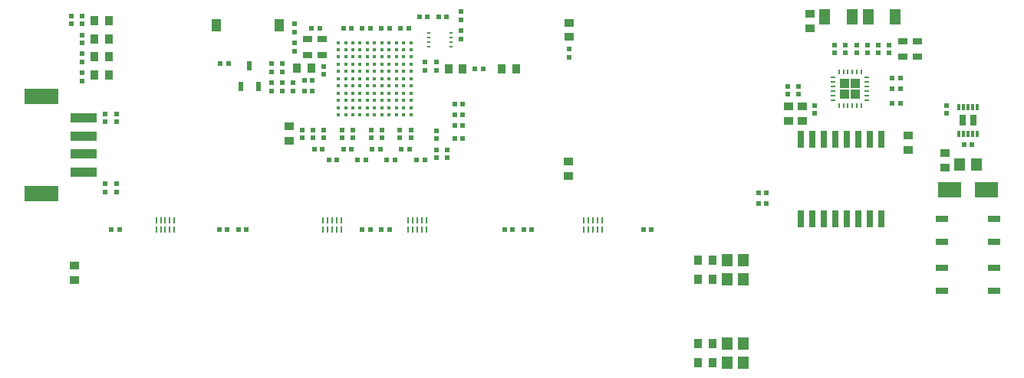
<source format=gbr>
G04 #@! TF.GenerationSoftware,KiCad,Pcbnew,6.0.0-rc1-unknown-106eaaa~84~ubuntu18.04.1*
G04 #@! TF.CreationDate,2018-11-27T01:39:18+00:00*
G04 #@! TF.ProjectId,proto-switch,70726f74-6f2d-4737-9769-7463682e6b69,1*
G04 #@! TF.SameCoordinates,Original*
G04 #@! TF.FileFunction,Paste,Top*
G04 #@! TF.FilePolarity,Positive*
%FSLAX46Y46*%
G04 Gerber Fmt 4.6, Leading zero omitted, Abs format (unit mm)*
G04 Created by KiCad (PCBNEW 6.0.0-rc1-unknown-106eaaa~84~ubuntu18.04.1) date Tue 27 Nov 2018 01:39:18 GMT*
%MOMM*%
%LPD*%
G01*
G04 APERTURE LIST*
%ADD10R,3.000000X1.000000*%
%ADD11R,3.800000X1.800000*%
%ADD12R,0.950000X1.000000*%
%ADD13R,1.000000X0.950000*%
%ADD14R,0.620000X0.620000*%
%ADD15R,1.400000X0.800000*%
%ADD16C,0.400000*%
%ADD17R,1.000000X0.800000*%
%ADD18R,0.640000X1.910000*%
%ADD19R,1.000000X1.400000*%
%ADD20R,0.600000X1.000000*%
%ADD21R,0.200000X0.700000*%
%ADD22R,0.800000X1.200000*%
%ADD23R,0.300000X0.700000*%
%ADD24R,1.000000X1.000000*%
%ADD25R,0.480000X0.230000*%
%ADD26R,0.230000X0.480000*%
%ADD27R,0.300000X0.250000*%
%ADD28R,2.500000X1.700000*%
%ADD29R,1.150000X1.450000*%
%ADD30R,1.150000X1.800000*%
G04 APERTURE END LIST*
D10*
G04 #@! TO.C,J202*
X89350000Y-136750000D03*
X89350000Y-134750000D03*
X89350000Y-132750000D03*
X89350000Y-130750000D03*
D11*
X84750000Y-139100000D03*
X84750000Y-128400000D03*
G04 #@! TD*
D12*
G04 #@! TO.C,C224*
X137100000Y-125300000D03*
X135500000Y-125300000D03*
G04 #@! TD*
D13*
G04 #@! TO.C,C223*
X112100000Y-133300000D03*
X112100000Y-131700000D03*
G04 #@! TD*
D14*
G04 #@! TO.C,R302*
X175900000Y-122650000D03*
X175900000Y-123550000D03*
G04 #@! TD*
G04 #@! TO.C,R403*
X92450000Y-143100000D03*
X93350000Y-143100000D03*
G04 #@! TD*
D15*
G04 #@! TO.C,D303*
X189850000Y-147330000D03*
X189850000Y-149870000D03*
X184150000Y-149870000D03*
X184150000Y-147330000D03*
G04 #@! TD*
G04 #@! TO.C,D302*
X189850000Y-141930000D03*
X189850000Y-144470000D03*
X184150000Y-144470000D03*
X184150000Y-141930000D03*
G04 #@! TD*
D14*
G04 #@! TO.C,C201*
X131000000Y-122000000D03*
X131000000Y-121100000D03*
G04 #@! TD*
D16*
G04 #@! TO.C,IC202*
X125500000Y-122400000D03*
X124700000Y-122400000D03*
X123900000Y-122400000D03*
X123100000Y-122400000D03*
X122300000Y-122400000D03*
X121500000Y-122400000D03*
X120700000Y-122400000D03*
X119900000Y-122400000D03*
X119100000Y-122400000D03*
X118300000Y-122400000D03*
X117500000Y-122400000D03*
X125500000Y-123200000D03*
X124700000Y-123200000D03*
X123900000Y-123200000D03*
X123100000Y-123200000D03*
X122300000Y-123200000D03*
X121500000Y-123200000D03*
X120700000Y-123200000D03*
X119900000Y-123200000D03*
X119100000Y-123200000D03*
X118300000Y-123200000D03*
X117500000Y-123200000D03*
X125500000Y-124000000D03*
X124700000Y-124000000D03*
X123900000Y-124000000D03*
X123100000Y-124000000D03*
X122300000Y-124000000D03*
X121500000Y-124000000D03*
X120700000Y-124000000D03*
X119900000Y-124000000D03*
X119100000Y-124000000D03*
X118300000Y-124000000D03*
X117500000Y-124000000D03*
X125500000Y-124800000D03*
X124700000Y-124800000D03*
X123900000Y-124800000D03*
X123100000Y-124800000D03*
X122300000Y-124800000D03*
X121500000Y-124800000D03*
X120700000Y-124800000D03*
X119900000Y-124800000D03*
X119100000Y-124800000D03*
X118300000Y-124800000D03*
X117500000Y-124800000D03*
X125500000Y-125600000D03*
X124700000Y-125600000D03*
X123900000Y-125600000D03*
X123100000Y-125600000D03*
X122300000Y-125600000D03*
X121500000Y-125600000D03*
X120700000Y-125600000D03*
X119900000Y-125600000D03*
X119100000Y-125600000D03*
X118300000Y-125600000D03*
X117500000Y-125600000D03*
X125500000Y-126400000D03*
X124700000Y-126400000D03*
X123900000Y-126400000D03*
X123100000Y-126400000D03*
X122300000Y-126400000D03*
X121500000Y-126400000D03*
X120700000Y-126400000D03*
X119900000Y-126400000D03*
X119100000Y-126400000D03*
X118300000Y-126400000D03*
X117500000Y-126400000D03*
X125500000Y-127200000D03*
X124700000Y-127200000D03*
X123900000Y-127200000D03*
X123100000Y-127200000D03*
X122300000Y-127200000D03*
X121500000Y-127200000D03*
X120700000Y-127200000D03*
X119900000Y-127200000D03*
X119100000Y-127200000D03*
X118300000Y-127200000D03*
X117500000Y-127200000D03*
X125500000Y-128000000D03*
X124700000Y-128000000D03*
X123900000Y-128000000D03*
X123100000Y-128000000D03*
X122300000Y-128000000D03*
X121500000Y-128000000D03*
X120700000Y-128000000D03*
X119900000Y-128000000D03*
X119100000Y-128000000D03*
X118300000Y-128000000D03*
X117500000Y-128000000D03*
X125500000Y-128800000D03*
X124700000Y-128800000D03*
X123900000Y-128800000D03*
X123100000Y-128800000D03*
X122300000Y-128800000D03*
X121500000Y-128800000D03*
X120700000Y-128800000D03*
X119900000Y-128800000D03*
X119100000Y-128800000D03*
X118300000Y-128800000D03*
X117500000Y-128800000D03*
X125500000Y-129600000D03*
X124700000Y-129600000D03*
X123900000Y-129600000D03*
X123100000Y-129600000D03*
X122300000Y-129600000D03*
X121500000Y-129600000D03*
X120700000Y-129600000D03*
X119900000Y-129600000D03*
X119100000Y-129600000D03*
X118300000Y-129600000D03*
X117500000Y-129600000D03*
X125500000Y-130400000D03*
X124700000Y-130400000D03*
X123900000Y-130400000D03*
X123100000Y-130400000D03*
X122300000Y-130400000D03*
X121500000Y-130400000D03*
X120700000Y-130400000D03*
X119900000Y-130400000D03*
X119100000Y-130400000D03*
X118300000Y-130400000D03*
X117500000Y-130400000D03*
G04 #@! TD*
D17*
G04 #@! TO.C,Y301*
X181400000Y-122250000D03*
X181400000Y-123950000D03*
X179800000Y-123950000D03*
X179800000Y-122250000D03*
G04 #@! TD*
G04 #@! TO.C,Y201*
X115700000Y-122050000D03*
X115700000Y-123750000D03*
X114100000Y-123750000D03*
X114100000Y-122050000D03*
G04 #@! TD*
D14*
G04 #@! TO.C,C314*
X178300000Y-123550000D03*
X178300000Y-122650000D03*
G04 #@! TD*
G04 #@! TO.C,R503*
X89200000Y-125750000D03*
X89200000Y-126650000D03*
G04 #@! TD*
D12*
G04 #@! TO.C,D501*
X92200000Y-126000000D03*
X90600000Y-126000000D03*
G04 #@! TD*
D13*
G04 #@! TO.C,C505*
X88400000Y-147100000D03*
X88400000Y-148700000D03*
G04 #@! TD*
D14*
G04 #@! TO.C,C306*
X168300000Y-128150000D03*
X168300000Y-127250000D03*
G04 #@! TD*
G04 #@! TO.C,C304*
X174700000Y-122650000D03*
X174700000Y-123550000D03*
G04 #@! TD*
G04 #@! TO.C,C302*
X170100000Y-130250000D03*
X170100000Y-129350000D03*
G04 #@! TD*
G04 #@! TO.C,R318*
X131250000Y-133000000D03*
X130350000Y-133000000D03*
G04 #@! TD*
G04 #@! TO.C,R213*
X93000000Y-138050000D03*
X93000000Y-138950000D03*
G04 #@! TD*
G04 #@! TO.C,R212*
X93000000Y-130300000D03*
X93000000Y-131200000D03*
G04 #@! TD*
G04 #@! TO.C,D205*
X91750000Y-130300000D03*
X91750000Y-131200000D03*
G04 #@! TD*
G04 #@! TO.C,D204*
X91750000Y-138950000D03*
X91750000Y-138050000D03*
G04 #@! TD*
D18*
G04 #@! TO.C,T301*
X177445000Y-141885000D03*
X176175000Y-141885000D03*
X174905000Y-141885000D03*
X173635000Y-141885000D03*
X172365000Y-141885000D03*
X171095000Y-141885000D03*
X169825000Y-141885000D03*
X168555000Y-141885000D03*
X168555000Y-133115000D03*
X169825000Y-133115000D03*
X171095000Y-133115000D03*
X172365000Y-133115000D03*
X173635000Y-133115000D03*
X174905000Y-133115000D03*
X176175000Y-133115000D03*
X177445000Y-133115000D03*
G04 #@! TD*
D19*
G04 #@! TO.C,SW201*
X111000000Y-120500000D03*
X104000000Y-120500000D03*
G04 #@! TD*
D14*
G04 #@! TO.C,R502*
X163850000Y-140200000D03*
X164750000Y-140200000D03*
G04 #@! TD*
G04 #@! TO.C,R501*
X163850000Y-139000000D03*
X164750000Y-139000000D03*
G04 #@! TD*
G04 #@! TO.C,R424*
X126150000Y-135400000D03*
X127050000Y-135400000D03*
G04 #@! TD*
G04 #@! TO.C,R423*
X125500000Y-132050000D03*
X125500000Y-132950000D03*
G04 #@! TD*
G04 #@! TO.C,R422*
X124450000Y-134200000D03*
X125350000Y-134200000D03*
G04 #@! TD*
G04 #@! TO.C,R421*
X137950000Y-143100000D03*
X138850000Y-143100000D03*
G04 #@! TD*
G04 #@! TO.C,R420*
X124300000Y-132050000D03*
X124300000Y-132950000D03*
G04 #@! TD*
G04 #@! TO.C,R419*
X151150000Y-143100000D03*
X152050000Y-143100000D03*
G04 #@! TD*
G04 #@! TO.C,R418*
X122850000Y-135400000D03*
X123750000Y-135400000D03*
G04 #@! TD*
G04 #@! TO.C,R417*
X122300000Y-132050000D03*
X122300000Y-132950000D03*
G04 #@! TD*
G04 #@! TO.C,R416*
X121250000Y-134200000D03*
X122150000Y-134200000D03*
G04 #@! TD*
G04 #@! TO.C,R415*
X122250000Y-143100000D03*
X123150000Y-143100000D03*
G04 #@! TD*
G04 #@! TO.C,R414*
X121100000Y-132050000D03*
X121100000Y-132950000D03*
G04 #@! TD*
G04 #@! TO.C,R413*
X136750000Y-143100000D03*
X135850000Y-143100000D03*
G04 #@! TD*
G04 #@! TO.C,R412*
X119650000Y-135400000D03*
X120550000Y-135400000D03*
G04 #@! TD*
G04 #@! TO.C,R411*
X119100000Y-132050000D03*
X119100000Y-132950000D03*
G04 #@! TD*
G04 #@! TO.C,R410*
X118050000Y-134200000D03*
X118950000Y-134200000D03*
G04 #@! TD*
G04 #@! TO.C,R409*
X106450000Y-143100000D03*
X107350000Y-143100000D03*
G04 #@! TD*
G04 #@! TO.C,R408*
X117900000Y-132050000D03*
X117900000Y-132950000D03*
G04 #@! TD*
G04 #@! TO.C,R407*
X121050000Y-143100000D03*
X120150000Y-143100000D03*
G04 #@! TD*
G04 #@! TO.C,R406*
X116450000Y-135400000D03*
X117350000Y-135400000D03*
G04 #@! TD*
G04 #@! TO.C,R405*
X115900000Y-132050000D03*
X115900000Y-132950000D03*
G04 #@! TD*
G04 #@! TO.C,R404*
X114850000Y-134200000D03*
X115750000Y-134200000D03*
G04 #@! TD*
G04 #@! TO.C,R402*
X114700000Y-132050000D03*
X114700000Y-132950000D03*
G04 #@! TD*
G04 #@! TO.C,R401*
X105250000Y-143100000D03*
X104350000Y-143100000D03*
G04 #@! TD*
G04 #@! TO.C,R317*
X184600000Y-130250000D03*
X184600000Y-129350000D03*
G04 #@! TD*
G04 #@! TO.C,R316*
X187450000Y-133700000D03*
X186550000Y-133700000D03*
G04 #@! TD*
D12*
G04 #@! TO.C,R315*
X157200000Y-146500000D03*
X158800000Y-146500000D03*
G04 #@! TD*
G04 #@! TO.C,R314*
X157200000Y-148600000D03*
X158800000Y-148600000D03*
G04 #@! TD*
G04 #@! TO.C,R313*
X157200000Y-157800000D03*
X158800000Y-157800000D03*
G04 #@! TD*
G04 #@! TO.C,R312*
X157200000Y-155700000D03*
X158800000Y-155700000D03*
G04 #@! TD*
D14*
G04 #@! TO.C,R311*
X167100000Y-127250000D03*
X167100000Y-128150000D03*
G04 #@! TD*
G04 #@! TO.C,R310*
X178650000Y-129100000D03*
X179550000Y-129100000D03*
G04 #@! TD*
G04 #@! TO.C,R309*
X178650000Y-127500000D03*
X179550000Y-127500000D03*
G04 #@! TD*
G04 #@! TO.C,R308*
X178650000Y-126300000D03*
X179550000Y-126300000D03*
G04 #@! TD*
G04 #@! TO.C,R307*
X130350000Y-131600000D03*
X131250000Y-131600000D03*
G04 #@! TD*
G04 #@! TO.C,R306*
X130350000Y-130400000D03*
X131250000Y-130400000D03*
G04 #@! TD*
G04 #@! TO.C,R305*
X130350000Y-129200000D03*
X131250000Y-129200000D03*
G04 #@! TD*
G04 #@! TO.C,R304*
X172300000Y-122650000D03*
X172300000Y-123550000D03*
G04 #@! TD*
G04 #@! TO.C,R303*
X173500000Y-122650000D03*
X173500000Y-123550000D03*
G04 #@! TD*
G04 #@! TO.C,R301*
X177100000Y-122650000D03*
X177100000Y-123550000D03*
G04 #@! TD*
G04 #@! TO.C,R211*
X127350000Y-119600000D03*
X126450000Y-119600000D03*
G04 #@! TD*
G04 #@! TO.C,R210*
X89200000Y-119450000D03*
X89200000Y-120350000D03*
G04 #@! TD*
G04 #@! TO.C,R209*
X89200000Y-124550000D03*
X89200000Y-123650000D03*
G04 #@! TD*
G04 #@! TO.C,R208*
X89200000Y-122450000D03*
X89200000Y-121550000D03*
G04 #@! TD*
G04 #@! TO.C,R207*
X88000000Y-119450000D03*
X88000000Y-120350000D03*
G04 #@! TD*
G04 #@! TO.C,R206*
X112700000Y-120350000D03*
X112700000Y-121250000D03*
G04 #@! TD*
G04 #@! TO.C,R205*
X111300000Y-124750000D03*
X111300000Y-125650000D03*
G04 #@! TD*
G04 #@! TO.C,R204*
X128300000Y-125450000D03*
X128300000Y-124550000D03*
G04 #@! TD*
G04 #@! TO.C,R202*
X131000000Y-119900000D03*
X131000000Y-119000000D03*
G04 #@! TD*
G04 #@! TO.C,R201*
X128550000Y-119600000D03*
X129450000Y-119600000D03*
G04 #@! TD*
D13*
G04 #@! TO.C,L302*
X184500000Y-136200000D03*
X184500000Y-134600000D03*
G04 #@! TD*
G04 #@! TO.C,L301*
X169600000Y-119200000D03*
X169600000Y-120800000D03*
G04 #@! TD*
D20*
G04 #@! TO.C,IC502*
X107700000Y-124950000D03*
X108650000Y-127250000D03*
X106750000Y-127250000D03*
G04 #@! TD*
D21*
G04 #@! TO.C,IC408*
X144600000Y-142075000D03*
X145100000Y-142075000D03*
X145600000Y-142075000D03*
X146100000Y-142075000D03*
X146600000Y-142075000D03*
X146600000Y-143125000D03*
X146100000Y-143125000D03*
X145600000Y-143125000D03*
X145100000Y-143125000D03*
X144600000Y-143125000D03*
G04 #@! TD*
G04 #@! TO.C,IC406*
X125200000Y-142075000D03*
X125700000Y-142075000D03*
X126200000Y-142075000D03*
X126700000Y-142075000D03*
X127200000Y-142075000D03*
X127200000Y-143125000D03*
X126700000Y-143125000D03*
X126200000Y-143125000D03*
X125700000Y-143125000D03*
X125200000Y-143125000D03*
G04 #@! TD*
G04 #@! TO.C,IC404*
X115800000Y-142075000D03*
X116300000Y-142075000D03*
X116800000Y-142075000D03*
X117300000Y-142075000D03*
X117800000Y-142075000D03*
X117800000Y-143125000D03*
X117300000Y-143125000D03*
X116800000Y-143125000D03*
X116300000Y-143125000D03*
X115800000Y-143125000D03*
G04 #@! TD*
G04 #@! TO.C,IC402*
X97400000Y-142075000D03*
X97900000Y-142075000D03*
X98400000Y-142075000D03*
X98900000Y-142075000D03*
X99400000Y-142075000D03*
X99400000Y-143125000D03*
X98900000Y-143125000D03*
X98400000Y-143125000D03*
X97900000Y-143125000D03*
X97400000Y-143125000D03*
G04 #@! TD*
D22*
G04 #@! TO.C,IC303*
X187600000Y-131000000D03*
X186400000Y-131000000D03*
D23*
X186000000Y-129525000D03*
X186500000Y-129525000D03*
X187000000Y-129525000D03*
X187500000Y-129525000D03*
X188000000Y-129525000D03*
X188000000Y-132475000D03*
X187500000Y-132475000D03*
X187000000Y-132475000D03*
X186500000Y-132475000D03*
X186000000Y-132475000D03*
G04 #@! TD*
D24*
G04 #@! TO.C,IC301*
X174600000Y-126900000D03*
X173400000Y-126900000D03*
X174600000Y-128100000D03*
X173400000Y-128100000D03*
D25*
X172140000Y-128750000D03*
X172140000Y-128250000D03*
X172140000Y-127750000D03*
X172140000Y-127250000D03*
X172140000Y-126750000D03*
X172140000Y-126250000D03*
D26*
X172750000Y-125640000D03*
X173250000Y-125640000D03*
X173750000Y-125640000D03*
X174250000Y-125640000D03*
X174750000Y-125640000D03*
X175250000Y-125640000D03*
D25*
X175860000Y-126250000D03*
X175860000Y-126750000D03*
X175860000Y-127250000D03*
X175860000Y-127750000D03*
X175860000Y-128250000D03*
X175860000Y-128750000D03*
D26*
X175250000Y-129360000D03*
X174750000Y-129360000D03*
X174250000Y-129360000D03*
X173750000Y-129360000D03*
X173250000Y-129360000D03*
X172750000Y-129360000D03*
G04 #@! TD*
D27*
G04 #@! TO.C,IC201*
X129925000Y-121350000D03*
X129925000Y-121850000D03*
X129925000Y-122350000D03*
X129925000Y-122850000D03*
X127475000Y-122850000D03*
X127475000Y-122350000D03*
X127475000Y-121850000D03*
X127475000Y-121350000D03*
G04 #@! TD*
D28*
G04 #@! TO.C,D301*
X189000000Y-138700000D03*
X185000000Y-138700000D03*
G04 #@! TD*
D12*
G04 #@! TO.C,D203*
X92200000Y-120000000D03*
X90600000Y-120000000D03*
G04 #@! TD*
G04 #@! TO.C,D202*
X92200000Y-124000000D03*
X90600000Y-124000000D03*
G04 #@! TD*
G04 #@! TO.C,D201*
X92200000Y-122000000D03*
X90600000Y-122000000D03*
G04 #@! TD*
D14*
G04 #@! TO.C,C504*
X110100000Y-127750000D03*
X110100000Y-126850000D03*
G04 #@! TD*
G04 #@! TO.C,C503*
X104450000Y-124700000D03*
X105350000Y-124700000D03*
G04 #@! TD*
D13*
G04 #@! TO.C,C502*
X142900000Y-135600000D03*
X142900000Y-137200000D03*
G04 #@! TD*
G04 #@! TO.C,C501*
X143000000Y-120200000D03*
X143000000Y-121800000D03*
G04 #@! TD*
D29*
G04 #@! TO.C,C313*
X187900000Y-135900000D03*
X186100000Y-135900000D03*
G04 #@! TD*
G04 #@! TO.C,C312*
X160400000Y-146500000D03*
X162200000Y-146500000D03*
G04 #@! TD*
G04 #@! TO.C,C311*
X160400000Y-148600000D03*
X162200000Y-148600000D03*
G04 #@! TD*
G04 #@! TO.C,C310*
X160400000Y-157800000D03*
X162200000Y-157800000D03*
G04 #@! TD*
G04 #@! TO.C,C309*
X160400000Y-155700000D03*
X162200000Y-155700000D03*
G04 #@! TD*
D13*
G04 #@! TO.C,C308*
X180400000Y-132700000D03*
X180400000Y-134300000D03*
G04 #@! TD*
G04 #@! TO.C,C307*
X167200000Y-129500000D03*
X167200000Y-131100000D03*
G04 #@! TD*
G04 #@! TO.C,C305*
X168700000Y-131100000D03*
X168700000Y-129500000D03*
G04 #@! TD*
D30*
G04 #@! TO.C,C303*
X176000000Y-119600000D03*
X179000000Y-119600000D03*
G04 #@! TD*
G04 #@! TO.C,C301*
X174200000Y-119600000D03*
X171200000Y-119600000D03*
G04 #@! TD*
D14*
G04 #@! TO.C,C222*
X115900000Y-125950000D03*
X115900000Y-125050000D03*
G04 #@! TD*
D12*
G04 #@! TO.C,C221*
X112900000Y-125200000D03*
X114500000Y-125200000D03*
G04 #@! TD*
D14*
G04 #@! TO.C,C220*
X112700000Y-123350000D03*
X112700000Y-122450000D03*
G04 #@! TD*
G04 #@! TO.C,C219*
X127100000Y-125450000D03*
X127100000Y-124550000D03*
G04 #@! TD*
D12*
G04 #@! TO.C,C218*
X129650000Y-125300000D03*
X131250000Y-125300000D03*
G04 #@! TD*
D14*
G04 #@! TO.C,C217*
X143000000Y-124050000D03*
X143000000Y-123150000D03*
G04 #@! TD*
G04 #@! TO.C,C216*
X118050000Y-120800000D03*
X118950000Y-120800000D03*
G04 #@! TD*
G04 #@! TO.C,C215*
X123150000Y-120800000D03*
X122250000Y-120800000D03*
G04 #@! TD*
G04 #@! TO.C,C214*
X112500000Y-127750000D03*
X112500000Y-126850000D03*
G04 #@! TD*
G04 #@! TO.C,C213*
X128300000Y-135150000D03*
X128300000Y-134250000D03*
G04 #@! TD*
G04 #@! TO.C,C212*
X115450000Y-120800000D03*
X114550000Y-120800000D03*
G04 #@! TD*
G04 #@! TO.C,C211*
X129500000Y-135150000D03*
X129500000Y-134250000D03*
G04 #@! TD*
G04 #@! TO.C,C210*
X113500000Y-132950000D03*
X113500000Y-132050000D03*
G04 #@! TD*
G04 #@! TO.C,C209*
X111300000Y-127750000D03*
X111300000Y-126850000D03*
G04 #@! TD*
G04 #@! TO.C,C208*
X121050000Y-120800000D03*
X120150000Y-120800000D03*
G04 #@! TD*
G04 #@! TO.C,C207*
X125250000Y-120800000D03*
X124350000Y-120800000D03*
G04 #@! TD*
G04 #@! TO.C,C206*
X113750000Y-127800000D03*
X114650000Y-127800000D03*
G04 #@! TD*
G04 #@! TO.C,C205*
X113750000Y-126600000D03*
X114650000Y-126600000D03*
G04 #@! TD*
G04 #@! TO.C,C204*
X133500000Y-125300000D03*
X132600000Y-125300000D03*
G04 #@! TD*
G04 #@! TO.C,C203*
X110100000Y-124750000D03*
X110100000Y-125650000D03*
G04 #@! TD*
G04 #@! TO.C,C202*
X128300000Y-133050000D03*
X128300000Y-132150000D03*
G04 #@! TD*
M02*

</source>
